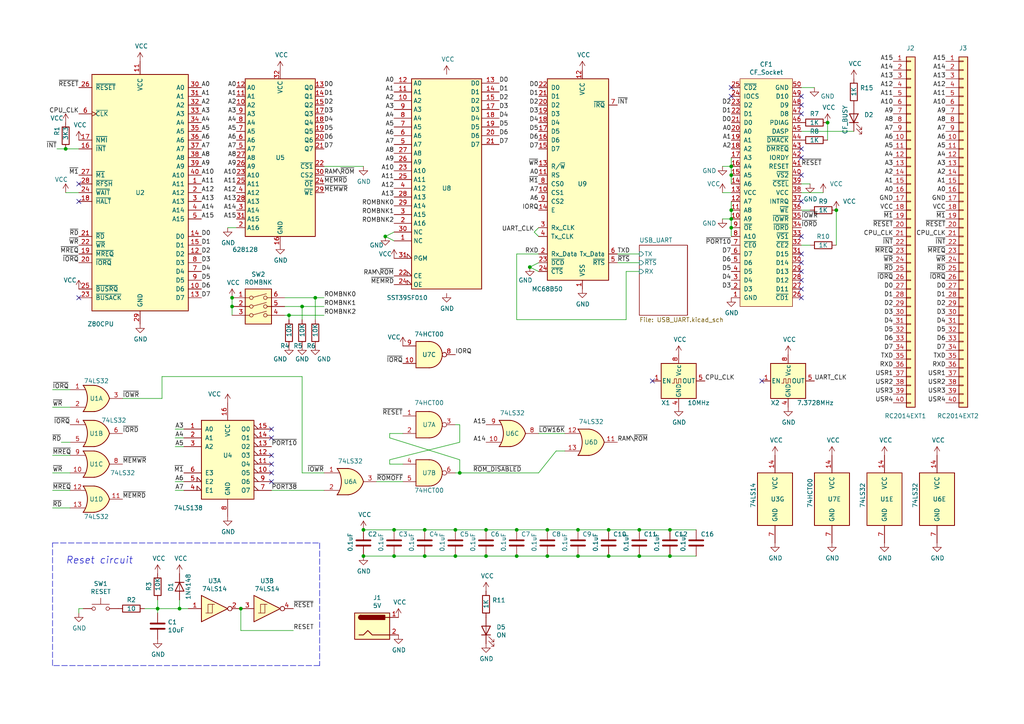
<source format=kicad_sch>
(kicad_sch (version 20211123) (generator eeschema)
  (paper "A4")
  (title_block (title "Hobgoblin Computer") (rev "v1.3") (company "Ilya Strukov"))
  (junction (at 132.08 161.29))
  (junction (at 167.64 153.67))
  (junction (at 123.19 161.29))
  (junction (at 133.35 137.16))
  (junction (at 240.03 35.56))
  (junction (at 153.67 77.47))
  (junction (at 194.31 153.67))
  (junction (at 87.63 88.9))
  (junction (at 114.3 153.67))
  (junction (at 242.57 60.96))
  (junction (at 149.86 161.29))
  (junction (at 91.44 86.36))
  (junction (at 111.76 68.58))
  (junction (at 212.09 63.5))
  (junction (at 105.41 161.29))
  (junction (at 194.31 161.29))
  (junction (at 158.75 153.67))
  (junction (at 132.08 153.67))
  (junction (at 52.07 176.53))
  (junction (at 83.82 91.44))
  (junction (at 185.42 153.67))
  (junction (at 176.53 161.29))
  (junction (at 105.41 153.67))
  (junction (at 185.42 161.29))
  (junction (at 212.09 50.8))
  (junction (at 67.31 88.9))
  (junction (at 212.09 66.04))
  (junction (at 158.75 161.29))
  (junction (at 45.72 176.53))
  (junction (at 212.09 60.96))
  (junction (at 67.31 86.36))
  (junction (at 123.19 153.67))
  (junction (at 149.86 153.67))
  (junction (at 140.97 153.67))
  (junction (at 140.97 161.29))
  (junction (at 19.05 43.18))
  (junction (at 167.64 161.29))
  (junction (at 212.09 48.26))
  (junction (at 176.53 153.67))
  (junction (at 114.3 161.29))
  (junction (at 69.85 176.53))
  (no_connect (at 212.09 27.94))
  (no_connect (at 232.41 30.48))
  (no_connect (at 232.41 58.42))
  (no_connect (at 189.23 110.49))
  (no_connect (at 232.41 43.18))
  (no_connect (at 22.86 86.36))
  (no_connect (at 232.41 81.28))
  (no_connect (at 78.74 137.16))
  (no_connect (at 78.74 139.7))
  (no_connect (at 232.41 50.8))
  (no_connect (at 232.41 78.74))
  (no_connect (at 232.41 68.58))
  (no_connect (at 78.74 132.08))
  (no_connect (at 78.74 134.62))
  (no_connect (at 232.41 86.36))
  (no_connect (at 22.86 53.34))
  (no_connect (at 232.41 73.66))
  (no_connect (at 78.74 124.46))
  (no_connect (at 78.74 127))
  (no_connect (at 232.41 33.02))
  (no_connect (at 232.41 45.72))
  (no_connect (at 232.41 27.94))
  (no_connect (at 232.41 76.2))
  (no_connect (at 220.98 110.49))
  (no_connect (at 212.09 25.4))
  (no_connect (at 22.86 58.42))
  (no_connect (at 232.41 83.82))
  (wire (pts (xy 45.72 176.53) (xy 52.07 176.53)))
  (wire (pts (xy 242.57 71.12) (xy 242.57 60.96)))
  (wire (pts (xy 19.05 55.88) (xy 22.86 55.88)))
  (wire (pts (xy 153.67 77.47) (xy 156.21 76.2)))
  (wire (pts (xy 15.24 113.03) (xy 20.32 113.03)))
  (wire (pts (xy 15.24 118.11) (xy 20.32 118.11)))
  (wire (pts (xy 156.21 125.73) (xy 163.83 125.73)))
  (wire (pts (xy 83.82 91.44) (xy 93.98 91.44)))
  (wire (pts (xy 41.91 176.53) (xy 45.72 176.53)))
  (wire (pts (xy 113.03 134.62) (xy 113.03 133.35)))
  (wire (pts (xy 83.82 92.71) (xy 83.82 91.44)))
  (wire (pts (xy 50.8 142.24) (xy 53.34 142.24)))
  (wire (pts (xy 176.53 153.67) (xy 185.42 153.67)))
  (wire (pts (xy 212.09 60.96) (xy 212.09 58.42)))
  (wire (pts (xy 149.86 161.29) (xy 158.75 161.29)))
  (wire (pts (xy 209.55 63.5) (xy 212.09 63.5)))
  (wire (pts (xy 133.35 137.16) (xy 156.21 137.16)))
  (wire (pts (xy 149.86 73.66) (xy 149.86 92.71)))
  (wire (pts (xy 67.31 88.9) (xy 67.31 91.44)))
  (wire (pts (xy 69.85 182.88) (xy 69.85 176.53)))
  (wire (pts (xy 114.3 153.67) (xy 123.19 153.67)))
  (wire (pts (xy 19.05 43.18) (xy 22.86 43.18)))
  (wire (pts (xy 212.09 50.8) (xy 212.09 48.26)))
  (wire (pts (xy 167.64 153.67) (xy 176.53 153.67)))
  (wire (pts (xy 15.24 137.16) (xy 20.32 137.16)))
  (wire (pts (xy 132.08 123.19) (xy 133.35 123.19)))
  (wire (pts (xy 156.21 73.66) (xy 149.86 73.66)))
  (wire (pts (xy 232.41 60.96) (xy 234.95 60.96)))
  (wire (pts (xy 91.44 92.71) (xy 91.44 86.36)))
  (wire (pts (xy 87.63 137.16) (xy 93.98 137.16)))
  (wire (pts (xy 114.3 161.29) (xy 123.19 161.29)))
  (wire (pts (xy 52.07 176.53) (xy 54.61 176.53)))
  (wire (pts (xy 50.8 129.54) (xy 53.34 129.54)))
  (wire (pts (xy 78.74 142.24) (xy 93.98 142.24)))
  (wire (pts (xy 185.42 78.74) (xy 181.61 78.74)))
  (wire (pts (xy 45.72 173.99) (xy 45.72 176.53)))
  (wire (pts (xy 16.51 43.18) (xy 19.05 43.18)))
  (wire (pts (xy 50.8 127) (xy 53.34 127)))
  (wire (pts (xy 185.42 161.29) (xy 194.31 161.29)))
  (wire (pts (xy 194.31 153.67) (xy 201.93 153.67)))
  (wire (pts (xy 154.94 67.31) (xy 156.21 66.04)))
  (wire (pts (xy 185.42 76.2) (xy 179.07 76.2)))
  (wire (pts (xy 234.95 71.12) (xy 232.41 71.12)))
  (wire (pts (xy 87.63 109.22) (xy 87.63 137.16)))
  (wire (pts (xy 132.08 161.29) (xy 140.97 161.29)))
  (wire (pts (xy 123.19 153.67) (xy 132.08 153.67)))
  (wire (pts (xy 167.64 161.29) (xy 176.53 161.29)))
  (wire (pts (xy 212.09 63.5) (xy 212.09 60.96)))
  (wire (pts (xy 45.72 176.53) (xy 45.72 177.8)))
  (wire (pts (xy 105.41 161.29) (xy 114.3 161.29)))
  (wire (pts (xy 82.55 86.36) (xy 91.44 86.36)))
  (wire (pts (xy 109.22 139.7) (xy 116.84 139.7)))
  (wire (pts (xy 15.24 132.08) (xy 20.32 132.08)))
  (wire (pts (xy 113.03 125.73) (xy 113.03 127)))
  (wire (pts (xy 50.8 139.7) (xy 53.34 139.7)))
  (wire (pts (xy 67.31 86.36) (xy 67.31 88.9)))
  (wire (pts (xy 66.04 66.04) (xy 68.58 66.04)))
  (polyline (pts (xy 15.24 193.04) (xy 15.24 157.48)))
  (wire (pts (xy 82.55 88.9) (xy 87.63 88.9)))
  (wire (pts (xy 133.35 133.35) (xy 133.35 137.16)))
  (wire (pts (xy 22.86 177.8) (xy 22.86 176.53)))
  (wire (pts (xy 232.41 53.34) (xy 234.95 53.34)))
  (wire (pts (xy 87.63 92.71) (xy 87.63 88.9)))
  (wire (pts (xy 149.86 153.67) (xy 158.75 153.67)))
  (wire (pts (xy 116.84 134.62) (xy 113.03 134.62)))
  (wire (pts (xy 232.41 25.4) (xy 236.22 25.4)))
  (wire (pts (xy 22.86 176.53) (xy 24.13 176.53)))
  (wire (pts (xy 114.3 69.85) (xy 111.76 68.58)))
  (polyline (pts (xy 92.71 157.48) (xy 92.71 193.04)))
  (wire (pts (xy 91.44 86.36) (xy 93.98 86.36)))
  (wire (pts (xy 179.07 73.66) (xy 185.42 73.66)))
  (wire (pts (xy 194.31 161.29) (xy 201.93 161.29)))
  (wire (pts (xy 85.09 182.88) (xy 69.85 182.88)))
  (wire (pts (xy 52.07 173.99) (xy 52.07 176.53)))
  (wire (pts (xy 209.55 55.88) (xy 212.09 55.88)))
  (wire (pts (xy 132.08 153.67) (xy 140.97 153.67)))
  (wire (pts (xy 154.94 67.31) (xy 156.21 68.58)))
  (wire (pts (xy 176.53 161.29) (xy 185.42 161.29)))
  (wire (pts (xy 181.61 78.74) (xy 181.61 92.71)))
  (wire (pts (xy 232.41 38.1) (xy 247.65 38.1)))
  (wire (pts (xy 133.35 128.27) (xy 113.03 133.35)))
  (wire (pts (xy 212.09 66.04) (xy 212.09 68.58)))
  (wire (pts (xy 185.42 153.67) (xy 194.31 153.67)))
  (wire (pts (xy 158.75 153.67) (xy 167.64 153.67)))
  (wire (pts (xy 133.35 137.16) (xy 132.08 137.16)))
  (wire (pts (xy 181.61 92.71) (xy 149.86 92.71)))
  (wire (pts (xy 87.63 88.9) (xy 93.98 88.9)))
  (wire (pts (xy 153.67 77.47) (xy 156.21 78.74)))
  (wire (pts (xy 140.97 161.29) (xy 149.86 161.29)))
  (wire (pts (xy 15.24 142.24) (xy 20.32 142.24)))
  (polyline (pts (xy 92.71 193.04) (xy 15.24 193.04)))
  (wire (pts (xy 238.76 55.88) (xy 232.41 55.88)))
  (wire (pts (xy 105.41 153.67) (xy 114.3 153.67)))
  (wire (pts (xy 113.03 127) (xy 133.35 133.35)))
  (wire (pts (xy 123.19 161.29) (xy 132.08 161.29)))
  (wire (pts (xy 212.09 63.5) (xy 212.09 66.04)))
  (wire (pts (xy 133.35 123.19) (xy 133.35 128.27)))
  (wire (pts (xy 116.84 125.73) (xy 113.03 125.73)))
  (wire (pts (xy 46.99 115.57) (xy 46.99 109.22)))
  (wire (pts (xy 111.76 68.58) (xy 114.3 67.31)))
  (wire (pts (xy 15.24 147.32) (xy 20.32 147.32)))
  (wire (pts (xy 163.83 130.81) (xy 161.29 130.81)))
  (polyline (pts (xy 15.24 157.48) (xy 92.71 157.48)))
  (wire (pts (xy 212.09 48.26) (xy 209.55 48.26)))
  (wire (pts (xy 17.78 128.27) (xy 20.32 128.27)))
  (wire (pts (xy 82.55 91.44) (xy 83.82 91.44)))
  (wire (pts (xy 93.98 48.26) (xy 105.41 48.26)))
  (wire (pts (xy 35.56 115.57) (xy 46.99 115.57)))
  (wire (pts (xy 46.99 109.22) (xy 87.63 109.22)))
  (wire (pts (xy 50.8 124.46) (xy 53.34 124.46)))
  (wire (pts (xy 240.03 40.64) (xy 240.03 35.56)))
  (wire (pts (xy 212.09 53.34) (xy 212.09 50.8)))
  (wire (pts (xy 212.09 48.26) (xy 212.09 45.72)))
  (wire (pts (xy 158.75 161.29) (xy 167.64 161.29)))
  (wire (pts (xy 156.21 137.16) (xy 161.29 130.81)))
  (wire (pts (xy 140.97 153.67) (xy 149.86 153.67)))
  (text "Reset circuit" (at 19.05 163.83 0) (effects (font (size 2.0066 2.0066) italic) (justify left bottom)))
  (label "D5" (at 144.78 36.83 0))
  (label "A2" (at 212.09 43.18 180))
  (label "A8" (at 114.3 44.45 180))
  (label "A13" (at 274.32 22.86 180))
  (label "A5" (at 259.08 43.18 180))
  (label "D6" (at 212.09 76.2 180))
  (label "A1" (at 212.09 40.64 180))
  (label "A14" (at 58.42 60.96 0))
  (label "ROMBNK1" (at 114.3 62.23 180))
  (label "D1" (at 212.09 33.02 180))
  (label "A1" (at 114.3 26.67 180))
  (label "A4" (at 274.32 45.72 180))
  (label "D3" (at 144.78 31.75 0))
  (label "A4" (at 259.08 45.72 180))
  (label "D1" (at 274.32 86.36 180))
  (label "USR3" (at 259.08 114.3 180))
  (label "A10" (at 274.32 30.48 180))
  (label "A6" (at 274.32 40.64 180))
  (label "~{M1}" (at 274.32 63.5 180))
  (label "D4" (at 144.78 34.29 0))
  (label "~{MREQ}" (at 274.32 73.66 180))
  (label "A0" (at 58.42 25.4 0))
  (label "IORQ" (at 132.08 102.87 0))
  (label "A12" (at 114.3 54.61 180))
  (label "A15" (at 140.97 123.19 180))
  (label "USR4" (at 274.32 116.84 180))
  (label "RXD" (at 156.21 73.66 180))
  (label "A3" (at 114.3 31.75 180))
  (label "D7" (at 58.42 86.36 0))
  (label "A7" (at 50.8 142.24 0))
  (label "~{M1}" (at 156.21 53.34 180))
  (label "~{MREQ}" (at 15.24 132.08 0))
  (label "~{INT}" (at 179.07 30.48 0))
  (label "TXD" (at 274.32 104.14 180))
  (label "D4" (at 259.08 93.98 180))
  (label "A8" (at 274.32 35.56 180))
  (label "~{MEMRD}" (at 114.3 82.55 180))
  (label "~{M1}" (at 53.34 137.16 180))
  (label "D0" (at 274.32 83.82 180))
  (label "D7" (at 274.32 101.6 180))
  (label "A3" (at 274.32 48.26 180))
  (label "~{MREQ}" (at 15.24 142.24 0))
  (label "~{WR}" (at 15.24 137.16 0))
  (label "RXD" (at 259.08 106.68 180))
  (label "~{PORT38}" (at 78.74 142.24 0))
  (label "A4" (at 58.42 35.56 0))
  (label "UART_CLK" (at 236.22 110.49 0))
  (label "A7" (at 58.42 43.18 0))
  (label "A10" (at 68.58 50.8 180))
  (label "~{IORQ}" (at 274.32 81.28 180))
  (label "A7" (at 114.3 41.91 180))
  (label "D6" (at 259.08 99.06 180))
  (label "D6" (at 156.21 40.64 180))
  (label "IORQ" (at 156.21 60.96 180))
  (label "D7" (at 156.21 43.18 180))
  (label "D4" (at 156.21 35.56 180))
  (label "RAM\\~{ROM}" (at 179.07 128.27 0))
  (label "~{MEMRD}" (at 35.56 144.78 0))
  (label "~{IORD}" (at 35.56 125.73 0))
  (label "~{IORQ}" (at 259.08 81.28 180))
  (label "D0" (at 93.98 25.4 0))
  (label "A4" (at 114.3 34.29 180))
  (label "D1" (at 93.98 27.94 0))
  (label "~{IORQ}" (at 15.24 113.03 0))
  (label "D7" (at 93.98 43.18 0))
  (label "D3" (at 274.32 91.44 180))
  (label "~{RESET}" (at 232.41 48.26 0))
  (label "~{MREQ}" (at 22.86 73.66 180))
  (label "D3" (at 259.08 91.44 180))
  (label "ROMBNK1" (at 93.98 88.9 0))
  (label "D7" (at 259.08 101.6 180))
  (label "A4" (at 68.58 35.56 180))
  (label "A7" (at 274.32 38.1 180))
  (label "A1" (at 259.08 53.34 180))
  (label "USR4" (at 259.08 116.84 180))
  (label "D1" (at 58.42 71.12 0))
  (label "~{MEMWR}" (at 35.56 134.62 0))
  (label "~{MEMRD}" (at 93.98 53.34 0))
  (label "D2" (at 144.78 29.21 0))
  (label "D7" (at 212.09 73.66 180))
  (label "A4" (at 50.8 127 0))
  (label "~{M1}" (at 22.86 50.8 180))
  (label "RXD" (at 274.32 106.68 180))
  (label "A9" (at 259.08 33.02 180))
  (label "A1" (at 274.32 53.34 180))
  (label "A0" (at 212.09 38.1 180))
  (label "D4" (at 93.98 35.56 0))
  (label "~{RESET}" (at 85.09 176.53 0))
  (label "D1" (at 259.08 86.36 180))
  (label "~{RD}" (at 17.78 128.27 180))
  (label "~{PORT10}" (at 212.09 71.12 180))
  (label "A11" (at 68.58 53.34 180))
  (label "USR3" (at 274.32 114.3 180))
  (label "~{INT}" (at 274.32 71.12 180))
  (label "A6" (at 50.8 139.7 0))
  (label "A9" (at 58.42 48.26 0))
  (label "A3" (at 58.42 33.02 0))
  (label "D2" (at 156.21 30.48 180))
  (label "D1" (at 156.21 27.94 180))
  (label "~{WR}" (at 156.21 48.26 180))
  (label "D5" (at 259.08 96.52 180))
  (label "D7" (at 144.78 41.91 0))
  (label "A14" (at 259.08 20.32 180))
  (label "ROMBNK0" (at 93.98 86.36 0))
  (label "~{RD}" (at 22.86 68.58 180))
  (label "ROMBNK0" (at 114.3 59.69 180))
  (label "USR1" (at 259.08 109.22 180))
  (label "A12" (at 58.42 55.88 0))
  (label "D3" (at 93.98 33.02 0))
  (label "~{IOWR}" (at 35.56 115.57 0))
  (label "D5" (at 274.32 96.52 180))
  (label "A1" (at 68.58 27.94 180))
  (label "A13" (at 68.58 58.42 180))
  (label "USR2" (at 274.32 111.76 180))
  (label "A7" (at 68.58 43.18 180))
  (label "~{RD}" (at 259.08 78.74 180))
  (label "D4" (at 58.42 78.74 0))
  (label "VCC" (at 259.08 60.96 180))
  (label "TXD" (at 179.07 73.66 0))
  (label "A15" (at 58.42 63.5 0))
  (label "A13" (at 114.3 57.15 180))
  (label "D0" (at 58.42 68.58 0))
  (label "D2" (at 259.08 88.9 180))
  (label "A5" (at 274.32 43.18 180))
  (label "A14" (at 68.58 60.96 180))
  (label "CPU_CLK" (at 259.08 68.58 180))
  (label "A12" (at 259.08 25.4 180))
  (label "A15" (at 259.08 17.78 180))
  (label "A6" (at 68.58 40.64 180))
  (label "RAM\\~{ROM}" (at 114.3 80.01 180))
  (label "A1" (at 58.42 27.94 0))
  (label "~{IORQ}" (at 116.84 105.41 180))
  (label "A11" (at 58.42 53.34 0))
  (label "A7" (at 156.21 55.88 180))
  (label "CPU_CLK" (at 22.86 33.02 180))
  (label "A0" (at 156.21 50.8 180))
  (label "A9" (at 114.3 46.99 180))
  (label "A15" (at 68.58 63.5 180))
  (label "D1" (at 144.78 26.67 0))
  (label "~{MEMWR}" (at 93.98 55.88 0))
  (label "A14" (at 140.97 128.27 180))
  (label "~{WR}" (at 22.86 71.12 180))
  (label "~{IORQ}" (at 20.32 123.19 180))
  (label "A2" (at 58.42 30.48 0))
  (label "A14" (at 274.32 20.32 180))
  (label "GND" (at 274.32 58.42 180))
  (label "VCC" (at 274.32 60.96 180))
  (label "D2" (at 93.98 30.48 0))
  (label "A11" (at 274.32 27.94 180))
  (label "~{WR}" (at 259.08 76.2 180))
  (label "~{LOW16K}" (at 156.21 125.73 0))
  (label "A5" (at 50.8 129.54 0))
  (label "A10" (at 58.42 50.8 0))
  (label "A9" (at 274.32 33.02 180))
  (label "A13" (at 58.42 58.42 0))
  (label "~{RTS}" (at 179.07 76.2 0))
  (label "~{RESET}" (at 274.32 66.04 180))
  (label "ROMBNK2" (at 93.98 91.44 0))
  (label "~{RESET}" (at 259.08 66.04 180))
  (label "D6" (at 274.32 99.06 180))
  (label "D3" (at 58.42 76.2 0))
  (label "~{IOWR}" (at 93.98 137.16 180))
  (label "A0" (at 114.3 24.13 180))
  (label "A10" (at 259.08 30.48 180))
  (label "USR1" (at 274.32 109.22 180))
  (label "D0" (at 156.21 25.4 180))
  (label "~{ROMOFF}" (at 109.22 139.7 0))
  (label "~{IORD}" (at 232.41 66.04 0))
  (label "~{MREQ}" (at 259.08 73.66 180))
  (label "GND" (at 259.08 58.42 180))
  (label "A0" (at 274.32 55.88 180))
  (label "TXD" (at 259.08 104.14 180))
  (label "D2" (at 212.09 30.48 180))
  (label "D6" (at 58.42 83.82 0))
  (label "~{PORT10}" (at 78.74 129.54 0))
  (label "CPU_CLK" (at 204.47 110.49 0))
  (label "A10" (at 114.3 49.53 180))
  (label "A11" (at 259.08 27.94 180))
  (label "~{IOWR}" (at 232.41 63.5 0))
  (label "D4" (at 212.09 81.28 180))
  (label "D0" (at 144.78 24.13 0))
  (label "D5" (at 93.98 38.1 0))
  (label "D2" (at 58.42 73.66 0))
  (label "A8" (at 58.42 45.72 0))
  (label "A5" (at 58.42 38.1 0))
  (label "D0" (at 212.09 35.56 180))
  (label "A8" (at 68.58 45.72 180))
  (label "D6" (at 93.98 40.64 0))
  (label "A2" (at 114.3 29.21 180))
  (label "A2" (at 68.58 30.48 180))
  (label "RESET" (at 85.09 182.88 0))
  (label "A12" (at 274.32 25.4 180))
  (label "D0" (at 259.08 83.82 180))
  (label "A15" (at 274.32 17.78 180))
  (label "~{RESET}" (at 22.86 25.4 180))
  (label "A0" (at 259.08 55.88 180))
  (label "UART_CLK" (at 154.94 67.31 180))
  (label "~{RD}" (at 274.32 78.74 180))
  (label "A13" (at 259.08 22.86 180))
  (label "USR2" (at 259.08 111.76 180))
  (label "~{WR}" (at 15.24 118.11 0))
  (label "D5" (at 58.42 81.28 0))
  (label "D6" (at 144.78 39.37 0))
  (label "D3" (at 156.21 33.02 180))
  (label "~{M1}" (at 259.08 63.5 180))
  (label "D4" (at 274.32 93.98 180))
  (label "CPU_CLK" (at 274.32 68.58 180))
  (label "A6" (at 114.3 39.37 180))
  (label "A5" (at 68.58 38.1 180))
  (label "A3" (at 68.58 33.02 180))
  (label "A6" (at 156.21 58.42 180))
  (label "ROMBNK2" (at 114.3 64.77 180))
  (label "A9" (at 68.58 48.26 180))
  (label "D5" (at 212.09 78.74 180))
  (label "~{RESET}" (at 116.84 120.65 180))
  (label "RAM\\~{ROM}" (at 93.98 50.8 0))
  (label "A3" (at 259.08 48.26 180))
  (label "~{INT}" (at 16.51 43.18 180))
  (label "A0" (at 68.58 25.4 180))
  (label "A8" (at 259.08 35.56 180))
  (label "A6" (at 58.42 40.64 0))
  (label "A11" (at 114.3 52.07 180))
  (label "A12" (at 68.58 55.88 180))
  (label "~{WR}" (at 274.32 76.2 180))
  (label "A7" (at 259.08 38.1 180))
  (label "A2" (at 259.08 50.8 180))
  (label "~{IORQ}" (at 22.86 76.2 180))
  (label "D5" (at 156.21 38.1 180))
  (label "A3" (at 50.8 124.46 0))
  (label "D3" (at 212.09 83.82 180))
  (label "A5" (at 114.3 36.83 180))
  (label "~{INT}" (at 259.08 71.12 180))
  (label "A2" (at 274.32 50.8 180))
  (label "~{ROM_DISABLED}" (at 137.16 137.16 0))
  (label "~{RD}" (at 15.24 147.32 0))
  (label "D2" (at 274.32 88.9 180))
  (label "A6" (at 259.08 40.64 180))
  (symbol (lib_id "CPU:Z80CPU") (at 40.64 55.88 0) (unit 1)
    (property "Reference" "U2" (at 40.64 55.88 0))
    (property "Value" "Z80CPU" (at 29.21 93.98 0))
    (property "Footprint" "Package_DIP:DIP-40_W15.24mm_LongPads" (effects hide))
    (property "Datasheet" "www.zilog.com/manage_directlink.php?filepath=docs/z80/um0080" (effects hide))
  )
  (symbol (lib_id "power:VCC") (at 40.64 17.78 0) (unit 1)
    (property "Reference" "#PWR06" (effects hide))
    (property "Value" "VCC" (at 41.021 13.3858 0))
  )
  (symbol (lib_id "power:GND") (at 40.64 93.98 0) (unit 1)
    (property "Reference" "#PWR07" (effects hide))
    (property "Value" "GND" (at 40.767 98.3742 0))
  )
  (symbol (lib_id "Device:R") (at 45.72 170.18 0) (unit 1)
    (property "Reference" "R3" (at 43.18 171.45 90) (effects (justify left)))
    (property "Value" "10K" (at 45.72 171.45 90) (effects (justify left)))
    (property "Footprint" "Resistor_THT:R_Axial_DIN0207_L6.3mm_D2.5mm_P10.16mm_Horizontal" (effects hide))
  )
  (symbol (lib_id "Device:C") (at 45.72 181.61 0) (unit 1)
    (property "Reference" "C1" (at 48.641 180.4416 0) (effects (justify left)))
    (property "Value" "10uF" (at 48.641 182.753 0) (effects (justify left)))
    (property "Footprint" "Capacitor_THT:CP_Radial_D4.0mm_P1.50mm" (effects hide))
  )
  (symbol (lib_id "power:VCC") (at 45.72 166.37 0) (unit 1)
    (property "Reference" "#PWR08" (effects hide))
    (property "Value" "VCC" (at 46.101 161.9758 0))
  )
  (symbol (lib_id "Device:R") (at 38.1 176.53 270) (unit 1)
    (property "Reference" "R2" (at 38.1 173.99 90))
    (property "Value" "10" (at 38.1 176.53 90))
    (property "Footprint" "Resistor_THT:R_Axial_DIN0207_L6.3mm_D2.5mm_P10.16mm_Horizontal" (effects hide))
  )
  (symbol (lib_id "Switch:SW_Push") (at 29.21 176.53 0) (unit 1)
    (property "Reference" "SW1" (at 29.21 169.291 0))
    (property "Value" "RESET" (at 29.21 171.6024 0))
    (property "Footprint" "Button_Switch_THT:SW_PUSH_6mm" (effects hide))
  )
  (symbol (lib_id "power:GND") (at 22.86 177.8 0) (unit 1)
    (property "Reference" "#PWR05" (effects hide))
    (property "Value" "GND" (at 22.987 182.1942 0))
  )
  (symbol (lib_id "power:GND") (at 45.72 185.42 0) (unit 1)
    (property "Reference" "#PWR09" (effects hide))
    (property "Value" "GND" (at 45.847 189.8142 0))
  )
  (symbol (lib_id "Diode:1N4148") (at 52.07 170.18 270) (unit 1)
    (property "Reference" "D1" (at 49.53 168.91 0) (effects (justify left)))
    (property "Value" "1N4148" (at 54.61 166.37 0) (effects (justify left)))
    (property "Footprint" "Diode_THT:D_DO-35_SOD27_P7.62mm_Horizontal" (effects hide))
    (property "Datasheet" "https://assets.nexperia.com/documents/data-sheet/1N4148_1N4448.pdf" (effects hide))
  )
  (symbol (lib_id "power:VCC") (at 52.07 166.37 0) (unit 1)
    (property "Reference" "#PWR010" (effects hide))
    (property "Value" "VCC" (at 52.451 161.9758 0))
  )
  (symbol (lib_id "74xx:74LS14") (at 62.23 176.53 0) (unit 1)
    (property "Reference" "U3" (at 62.23 168.4782 0))
    (property "Value" "74LS14" (at 62.23 170.7896 0))
    (property "Footprint" "Package_DIP:DIP-14_W7.62mm_LongPads" (effects hide))
    (property "Datasheet" "http://www.ti.com/lit/gpn/sn74LS14" (effects hide))
  )
  (symbol (lib_id "74xx:74LS14") (at 77.47 176.53 0) (unit 2)
    (property "Reference" "U3" (at 77.47 168.4782 0))
    (property "Value" "74LS14" (at 77.47 170.7896 0))
    (property "Footprint" "Package_DIP:DIP-14_W7.62mm_LongPads" (effects hide))
    (property "Datasheet" "http://www.ti.com/lit/gpn/sn74LS14" (effects hide))
  )
  (symbol (lib_id "power:GND") (at 196.85 118.11 0) (unit 1)
    (property "Reference" "#PWR035" (effects hide))
    (property "Value" "GND" (at 196.977 122.5042 0))
  )
  (symbol (lib_id "power:VCC") (at 196.85 102.87 0) (unit 1)
    (property "Reference" "#PWR034" (effects hide))
    (property "Value" "VCC" (at 197.231 98.4758 0))
  )
  (symbol (lib_id "power:GND") (at 228.6 118.11 0) (unit 1)
    (property "Reference" "#PWR041" (effects hide))
    (property "Value" "GND" (at 228.727 122.5042 0))
  )
  (symbol (lib_id "power:VCC") (at 228.6 102.87 0) (unit 1)
    (property "Reference" "#PWR040" (effects hide))
    (property "Value" "VCC" (at 228.981 98.4758 0))
  )
  (symbol (lib_id "Interface_UART:MC68B50") (at 168.91 53.34 0) (unit 1)
    (property "Reference" "U9" (at 168.91 53.34 0))
    (property "Value" "MC68B50" (at 158.75 83.82 0))
    (property "Footprint" "Package_DIP:DIP-24_W15.24mm_LongPads" (effects hide))
    (property "Datasheet" "http://pdf.datasheetcatalog.com/datasheet/motorola/MC6850.pdf" (effects hide))
  )
  (symbol (lib_id "power:VCC") (at 168.91 20.32 0) (unit 1)
    (property "Reference" "#PWR032" (effects hide))
    (property "Value" "VCC" (at 169.291 15.9258 0))
  )
  (symbol (lib_id "power:GND") (at 168.91 83.82 0) (unit 1)
    (property "Reference" "#PWR033" (effects hide))
    (property "Value" "GND" (at 169.037 88.2142 0))
  )
  (symbol (lib_id "power:VCC") (at 22.86 40.64 0) (unit 1)
    (property "Reference" "#PWR03" (effects hide))
    (property "Value" "VCC" (at 23.241 36.2458 0))
  )
  (symbol (lib_id "Device:R") (at 19.05 39.37 0) (unit 1)
    (property "Reference" "R1" (at 16.51 39.37 90) (effects (justify left)))
    (property "Value" "3K3" (at 19.05 40.64 90) (effects (justify left)))
    (property "Footprint" "Resistor_THT:R_Axial_DIN0207_L6.3mm_D2.5mm_P10.16mm_Horizontal" (effects hide))
  )
  (symbol (lib_id "power:VCC") (at 19.05 35.56 0) (unit 1)
    (property "Reference" "#PWR01" (effects hide))
    (property "Value" "VCC" (at 16.51 34.29 0))
  )
  (symbol (lib_id "power:VCC") (at 22.86 83.82 0) (unit 1)
    (property "Reference" "#PWR04" (effects hide))
    (property "Value" "VCC" (at 20.32 81.28 0))
  )
  (symbol (lib_id "power:VCC") (at 19.05 55.88 0) (unit 1)
    (property "Reference" "#PWR02" (effects hide))
    (property "Value" "VCC" (at 17.78 52.07 0))
  )
  (symbol (lib_id "Memory_RAM:628128_DIP32_SSOP32") (at 81.28 45.72 0) (unit 1)
    (property "Reference" "U5" (at 81.28 45.72 0))
    (property "Value" "628128" (at 71.12 72.39 0))
    (property "Footprint" "Package_DIP:DIP-32_W15.24mm_LongPads" (effects hide))
    (property "Datasheet" "http://www.futurlec.com/Datasheet/Memory/628128.pdf" (effects hide))
  )
  (symbol (lib_id "power:VCC") (at 81.28 20.32 0) (unit 1)
    (property "Reference" "#PWR016" (effects hide))
    (property "Value" "VCC" (at 81.661 15.9258 0))
  )
  (symbol (lib_id "power:GND") (at 81.28 71.12 0) (unit 1)
    (property "Reference" "#PWR017" (effects hide))
    (property "Value" "GND" (at 81.407 75.5142 0))
  )
  (symbol (lib_id "Connector:Barrel_Jack") (at 107.95 181.61 0) (unit 1)
    (property "Reference" "J1" (at 109.3978 173.355 0))
    (property "Value" "5V" (at 109.3978 175.6664 0))
    (property "Footprint" "Connector_BarrelJack:BarrelJack_Horizontal" (effects hide))
  )
  (symbol (lib_id "power:VCC") (at 115.57 179.07 0) (unit 1)
    (property "Reference" "#PWR030" (effects hide))
    (property "Value" "VCC" (at 115.951 174.6758 0))
  )
  (symbol (lib_id "power:GND") (at 115.57 184.15 0) (unit 1)
    (property "Reference" "#PWR026" (effects hide))
    (property "Value" "GND" (at 115.697 188.5442 0))
  )
  (symbol (lib_id "Device:C") (at 194.31 157.48 0) (unit 1)
    (property "Reference" "C12" (at 195.58 154.94 0) (effects (justify left)))
    (property "Value" "0.1uF" (at 190.5 160.02 90) (effects (justify left)))
    (property "Footprint" "Capacitor_THT:C_Disc_D3.8mm_W2.6mm_P2.50mm" (effects hide))
  )
  (symbol (lib_id "Device:C") (at 185.42 157.48 0) (unit 1)
    (property "Reference" "C11" (at 186.69 154.94 0) (effects (justify left)))
    (property "Value" "0.1uF" (at 181.61 160.02 90) (effects (justify left)))
    (property "Footprint" "Capacitor_THT:C_Disc_D3.8mm_W2.6mm_P2.50mm" (effects hide))
  )
  (symbol (lib_id "Device:C") (at 176.53 157.48 0) (unit 1)
    (property "Reference" "C10" (at 177.8 154.94 0) (effects (justify left)))
    (property "Value" "0.1uF" (at 172.72 160.02 90) (effects (justify left)))
    (property "Footprint" "Capacitor_THT:C_Disc_D3.8mm_W2.6mm_P2.50mm" (effects hide))
  )
  (symbol (lib_id "Device:C") (at 167.64 157.48 0) (unit 1)
    (property "Reference" "C9" (at 168.91 154.94 0) (effects (justify left)))
    (property "Value" "0.1uF" (at 163.83 160.02 90) (effects (justify left)))
    (property "Footprint" "Capacitor_THT:C_Disc_D3.8mm_W2.6mm_P2.50mm" (effects hide))
  )
  (symbol (lib_id "Device:C") (at 158.75 157.48 0) (unit 1)
    (property "Reference" "C8" (at 160.02 154.94 0) (effects (justify left)))
    (property "Value" "0.1uF" (at 154.94 160.02 90) (effects (justify left)))
    (property "Footprint" "Capacitor_THT:C_Disc_D3.8mm_W2.6mm_P2.50mm" (effects hide))
  )
  (symbol (lib_id "Device:C") (at 149.86 157.48 0) (unit 1)
    (property "Reference" "C7" (at 151.13 154.94 0) (effects (justify left)))
    (property "Value" "0.1uF" (at 146.05 160.02 90) (effects (justify left)))
    (property "Footprint" "Capacitor_THT:C_Disc_D3.8mm_W2.6mm_P2.50mm" (effects hide))
  )
  (symbol (lib_id "Device:C") (at 140.97 157.48 0) (unit 1)
    (property "Reference" "C6" (at 142.24 154.94 0) (effects (justify left)))
    (property "Value" "0.1uF" (at 137.16 160.02 90) (effects (justify left)))
    (property "Footprint" "Capacitor_THT:C_Disc_D3.8mm_W2.6mm_P2.50mm" (effects hide))
  )
  (symbol (lib_id "Device:C") (at 132.08 157.48 0) (unit 1)
    (property "Reference" "C5" (at 133.35 154.94 0) (effects (justify left)))
    (property "Value" "0.1uF" (at 128.27 160.02 90) (effects (justify left)))
    (property "Footprint" "Capacitor_THT:C_Disc_D3.8mm_W2.6mm_P2.50mm" (effects hide))
  )
  (symbol (lib_id "Device:C") (at 123.19 157.48 0) (unit 1)
    (property "Reference" "C4" (at 124.46 154.94 0) (effects (justify left)))
    (property "Value" "0.1uF" (at 119.38 160.02 90) (effects (justify left)))
    (property "Footprint" "Capacitor_THT:C_Disc_D3.8mm_W2.6mm_P2.50mm" (effects hide))
  )
  (symbol (lib_id "Device:C") (at 114.3 157.48 0) (unit 1)
    (property "Reference" "C3" (at 115.57 154.94 0) (effects (justify left)))
    (property "Value" "0.1uF" (at 110.49 160.02 90) (effects (justify left)))
    (property "Footprint" "Capacitor_THT:C_Disc_D3.8mm_W2.6mm_P2.50mm" (effects hide))
  )
  (symbol (lib_id "Device:C") (at 105.41 157.48 0) (unit 1)
    (property "Reference" "C2" (at 106.68 154.94 0) (effects (justify left)))
    (property "Value" "0.1uF" (at 101.6 160.02 90) (effects (justify left)))
    (property "Footprint" "Capacitor_THT:C_Disc_D3.8mm_W2.6mm_P2.50mm" (effects hide))
  )
  (symbol (lib_id "power:GND") (at 105.41 161.29 0) (unit 1)
    (property "Reference" "#PWR023" (effects hide))
    (property "Value" "GND" (at 105.537 165.6842 0))
  )
  (symbol (lib_id "power:VCC") (at 105.41 153.67 0) (unit 1)
    (property "Reference" "#PWR022" (effects hide))
    (property "Value" "VCC" (at 105.791 149.2758 0))
  )
  (symbol (lib_id "Device:LED") (at 140.97 182.88 90) (unit 1)
    (property "Reference" "D5" (at 143.9672 181.8894 90) (effects (justify right)))
    (property "Value" "ON" (at 143.9672 184.2008 90) (effects (justify right)))
    (property "Footprint" "LED_THT:LED_D3.0mm" (effects hide))
  )
  (symbol (lib_id "power:GND") (at 140.97 186.69 0) (unit 1)
    (property "Reference" "#PWR0101" (effects hide))
    (property "Value" "GND" (at 141.097 191.0842 0))
  )
  (symbol (lib_id "74xx:74LS32") (at 27.94 115.57 0) (unit 1)
    (property "Reference" "U1" (at 27.94 115.57 0))
    (property "Value" "74LS32" (at 27.94 110.49 0))
    (property "Footprint" "Package_DIP:DIP-14_W7.62mm_LongPads" (effects hide))
    (property "Datasheet" "http://www.ti.com/lit/gpn/sn74LS32" (effects hide))
  )
  (symbol (lib_id "74xx:74LS32") (at 27.94 134.62 0) (unit 3)
    (property "Reference" "U1" (at 27.94 134.62 0))
    (property "Value" "74LS32" (at 35.56 137.16 0))
    (property "Footprint" "Package_DIP:DIP-14_W7.62mm_LongPads" (effects hide))
    (property "Datasheet" "http://www.ti.com/lit/gpn/sn74LS32" (effects hide))
  )
  (symbol (lib_id "74xx:74LS32") (at 27.94 144.78 0) (unit 4)
    (property "Reference" "U1" (at 27.94 144.78 0))
    (property "Value" "74LS32" (at 27.94 149.86 0))
    (property "Footprint" "Package_DIP:DIP-14_W7.62mm_LongPads" (effects hide))
    (property "Datasheet" "http://www.ti.com/lit/gpn/sn74LS32" (effects hide))
  )
  (symbol (lib_id "74xx:74LS138") (at 66.04 132.08 0) (unit 1)
    (property "Reference" "U4" (at 66.04 132.08 0))
    (property "Value" "74LS138" (at 54.61 147.32 0))
    (property "Footprint" "Package_DIP:DIP-16_W7.62mm_LongPads" (effects hide))
    (property "Datasheet" "http://www.ti.com/lit/gpn/sn74LS138" (effects hide))
  )
  (symbol (lib_id "power:VCC") (at 66.04 116.84 0) (unit 1)
    (property "Reference" "#PWR013" (effects hide))
    (property "Value" "VCC" (at 62.23 114.3 0))
  )
  (symbol (lib_id "power:GND") (at 66.04 149.86 0) (unit 1)
    (property "Reference" "#PWR014" (effects hide))
    (property "Value" "GND" (at 66.167 154.2542 0))
  )
  (symbol (lib_id "power:GND") (at 66.04 66.04 0) (unit 1)
    (property "Reference" "#PWR012" (effects hide))
    (property "Value" "GND" (at 66.167 70.4342 0))
  )
  (symbol (lib_id "power:GND") (at 105.41 48.26 0) (unit 1)
    (property "Reference" "#PWR021" (effects hide))
    (property "Value" "GND" (at 105.537 52.6542 0))
  )
  (symbol (lib_id "74xx:74LS32") (at 271.78 144.78 0) (unit 5)
    (property "Reference" "U6" (at 270.51 144.78 0) (effects (justify left)))
    (property "Value" "74LS32" (at 265.43 147.32 90) (effects (justify left)))
    (property "Footprint" "Package_DIP:DIP-14_W7.62mm_LongPads" (effects hide))
    (property "Datasheet" "http://www.ti.com/lit/gpn/sn74LS32" (effects hide))
  )
  (symbol (lib_id "power:VCC") (at 271.78 132.08 0) (unit 1)
    (property "Reference" "#PWR052" (effects hide))
    (property "Value" "VCC" (at 272.161 127.6858 0))
  )
  (symbol (lib_id "power:GND") (at 256.54 157.48 0) (unit 1)
    (property "Reference" "#PWR051" (effects hide))
    (property "Value" "GND" (at 256.667 161.8742 0))
  )
  (symbol (lib_id "74xx:74LS32") (at 101.6 139.7 0) (unit 1)
    (property "Reference" "U6" (at 101.6 139.7 0))
    (property "Value" "74LS32" (at 101.6 133.7564 0))
    (property "Footprint" "Package_DIP:DIP-14_W7.62mm_LongPads" (effects hide))
    (property "Datasheet" "http://www.ti.com/lit/gpn/sn74LS32" (effects hide))
  )
  (symbol (lib_id "74xx:74HCT00") (at 124.46 123.19 0) (unit 1)
    (property "Reference" "U7" (at 124.46 123.19 0))
    (property "Value" "74HCT00" (at 124.46 116.84 0))
    (property "Footprint" "Package_DIP:DIP-14_W7.62mm_LongPads" (effects hide))
    (property "Datasheet" "http://www.ti.com/lit/gpn/sn74hct00" (effects hide))
  )
  (symbol (lib_id "74xx:74HCT00") (at 124.46 137.16 0) (unit 2)
    (property "Reference" "U7" (at 124.46 137.16 0))
    (property "Value" "74HCT00" (at 124.46 142.24 0))
    (property "Footprint" "Package_DIP:DIP-14_W7.62mm_LongPads" (effects hide))
    (property "Datasheet" "http://www.ti.com/lit/gpn/sn74hct00" (effects hide))
  )
  (symbol (lib_id "74xx:74LS32") (at 148.59 125.73 0) (unit 3)
    (property "Reference" "U6" (at 148.59 125.73 0))
    (property "Value" "74LS32" (at 148.59 119.7864 0))
    (property "Footprint" "Package_DIP:DIP-14_W7.62mm_LongPads" (effects hide))
    (property "Datasheet" "http://www.ti.com/lit/gpn/sn74LS32" (effects hide))
  )
  (symbol (lib_id "74xx:74LS32") (at 171.45 128.27 0) (unit 4)
    (property "Reference" "U6" (at 171.45 128.27 0))
    (property "Value" "74LS32" (at 171.45 122.3264 0))
    (property "Footprint" "Package_DIP:DIP-14_W7.62mm_LongPads" (effects hide))
    (property "Datasheet" "http://www.ti.com/lit/gpn/sn74LS32" (effects hide))
  )
  (symbol (lib_id "74xx:74LS32") (at 256.54 144.78 0) (unit 5)
    (property "Reference" "U1" (at 255.27 144.78 0) (effects (justify left)))
    (property "Value" "74LS32" (at 250.19 147.32 90) (effects (justify left)))
    (property "Footprint" "Package_DIP:DIP-14_W7.62mm_LongPads" (effects hide))
    (property "Datasheet" "http://www.ti.com/lit/gpn/sn74LS32" (effects hide))
  )
  (symbol (lib_id "power:VCC") (at 256.54 132.08 0) (unit 1)
    (property "Reference" "#PWR050" (effects hide))
    (property "Value" "VCC" (at 256.921 127.6858 0))
  )
  (symbol (lib_id "power:GND") (at 271.78 157.48 0) (unit 1)
    (property "Reference" "#PWR053" (effects hide))
    (property "Value" "GND" (at 271.907 161.8742 0))
  )
  (symbol (lib_id "Memory_Flash:SST39SF010") (at 129.54 54.61 0) (unit 1)
    (property "Reference" "U8" (at 129.54 54.61 0))
    (property "Value" "SST39SF010" (at 118.11 86.36 0))
    (property "Footprint" "Package_DIP:DIP-32_W15.24mm_LongPads" (effects hide))
    (property "Datasheet" "http://ww1.microchip.com/downloads/en/DeviceDoc/25022B.pdf" (effects hide))
  )
  (symbol (lib_id "power:VCC") (at 129.54 21.59 0) (unit 1)
    (property "Reference" "#PWR028" (effects hide))
    (property "Value" "VCC" (at 129.921 17.1958 0))
  )
  (symbol (lib_id "power:GND") (at 129.54 85.09 0) (unit 1)
    (property "Reference" "#PWR029" (effects hide))
    (property "Value" "GND" (at 129.667 89.4842 0))
  )
  (symbol (lib_id "power:VCC") (at 114.3 74.93 0) (unit 1)
    (property "Reference" "#PWR025" (effects hide))
    (property "Value" "VCC" (at 111.76 73.66 0))
  )
  (symbol (lib_id "Switch:SW_DIP_x03") (at 74.93 91.44 0) (unit 1)
    (property "Reference" "SW2" (at 74.93 79.5782 0))
    (property "Value" "ROMBNK" (at 74.93 81.8896 0))
    (property "Footprint" "Button_Switch_THT:SW_DIP_SPSTx03_Slide_6.7x9.18mm_W7.62mm_P2.54mm_LowProfile" (effects hide))
  )
  (symbol (lib_id "power:VCC") (at 67.31 86.36 0) (unit 1)
    (property "Reference" "#PWR015" (effects hide))
    (property "Value" "VCC" (at 67.691 81.9658 0))
  )
  (symbol (lib_id "power:GND") (at 83.82 100.33 0) (unit 1)
    (property "Reference" "#PWR018" (effects hide))
    (property "Value" "GND" (at 81.28 104.14 0))
  )
  (symbol (lib_id "power:GND") (at 87.63 100.33 0) (unit 1)
    (property "Reference" "#PWR019" (effects hide))
    (property "Value" "GND" (at 87.63 104.14 0))
  )
  (symbol (lib_id "power:GND") (at 91.44 100.33 0) (unit 1)
    (property "Reference" "#PWR020" (effects hide))
    (property "Value" "GND" (at 93.98 104.14 0))
  )
  (symbol (lib_id "Device:R") (at 83.82 96.52 0) (unit 1)
    (property "Reference" "R4" (at 81.28 100.33 0) (effects (justify left)))
    (property "Value" "10K" (at 83.82 97.79 90) (effects (justify left)))
    (property "Footprint" "Resistor_THT:R_Axial_DIN0207_L6.3mm_D2.5mm_P10.16mm_Horizontal" (effects hide))
  )
  (symbol (lib_id "Device:R") (at 87.63 96.52 0) (unit 1)
    (property "Reference" "R5" (at 85.09 100.33 0) (effects (justify left)))
    (property "Value" "10K" (at 87.63 97.79 90) (effects (justify left)))
    (property "Footprint" "Resistor_THT:R_Axial_DIN0207_L6.3mm_D2.5mm_P10.16mm_Horizontal" (effects hide))
  )
  (symbol (lib_id "Device:R") (at 91.44 96.52 0) (unit 1)
    (property "Reference" "R6" (at 88.9 100.33 0) (effects (justify left)))
    (property "Value" "10K" (at 91.44 97.79 90) (effects (justify left)))
    (property "Footprint" "Resistor_THT:R_Axial_DIN0207_L6.3mm_D2.5mm_P10.16mm_Horizontal" (effects hide))
  )
  (symbol (lib_id "power:GND") (at 111.76 68.58 0) (unit 1)
    (property "Reference" "#PWR024" (effects hide))
    (property "Value" "GND" (at 109.22 71.12 0))
  )
  (symbol (lib_id "74xx:74HCT00") (at 124.46 102.87 0) (unit 3)
    (property "Reference" "U7" (at 124.46 102.87 0))
    (property "Value" "74HCT00" (at 124.46 96.9264 0))
    (property "Footprint" "Package_DIP:DIP-14_W7.62mm_LongPads" (effects hide))
    (property "Datasheet" "http://www.ti.com/lit/gpn/sn74hct00" (effects hide))
  )
  (symbol (lib_id "power:VCC") (at 116.84 100.33 0) (unit 1)
    (property "Reference" "#PWR027" (effects hide))
    (property "Value" "VCC" (at 114.3 97.79 0))
  )
  (symbol (lib_id "power:GND") (at 153.67 77.47 0) (unit 1)
    (property "Reference" "#PWR031" (effects hide))
    (property "Value" "GND" (at 152.4 81.28 0))
  )
  (symbol (lib_id "74xx:74HCT00") (at 241.3 144.78 0) (unit 5)
    (property "Reference" "U7" (at 240.03 144.78 0) (effects (justify left)))
    (property "Value" "74HCT00" (at 234.95 147.32 90) (effects (justify left)))
    (property "Footprint" "Package_DIP:DIP-14_W7.62mm_LongPads" (effects hide))
    (property "Datasheet" "http://www.ti.com/lit/gpn/sn74hct00" (effects hide))
  )
  (symbol (lib_id "power:VCC") (at 241.3 132.08 0) (unit 1)
    (property "Reference" "#PWR046" (effects hide))
    (property "Value" "VCC" (at 241.681 127.6858 0))
  )
  (symbol (lib_id "power:GND") (at 241.3 157.48 0) (unit 1)
    (property "Reference" "#PWR047" (effects hide))
    (property "Value" "GND" (at 241.427 161.8742 0))
  )
  (symbol (lib_id "Connector_Generic:Conn_01x40") (at 279.4 66.04 0) (unit 1)
    (property "Reference" "J3" (at 278.13 13.97 0) (effects (justify left)))
    (property "Value" "RC2014EXT2" (at 271.78 120.65 0) (effects (justify left)))
    (property "Footprint" "hobgoblin:RC2014_Connector" (effects hide))
  )
  (symbol (lib_id "Connector_Generic:Conn_01x40") (at 264.16 66.04 0) (unit 1)
    (property "Reference" "J2" (at 262.89 13.97 0) (effects (justify left)))
    (property "Value" "RC2014EXT1" (at 256.54 120.65 0) (effects (justify left)))
    (property "Footprint" "hobgoblin:RC2014_Connector" (effects hide))
  )
  (symbol (lib_id "hobgoblin:CF_Socket") (at 222.25 57.15 0) (unit 1)
    (property "Reference" "CF1" (at 222.25 18.669 0))
    (property "Value" "CF_Socket" (at 222.25 20.9804 0))
    (property "Footprint" "hobgoblin:CF-Card_3M_N7E507516PK20" (effects hide))
  )
  (symbol (lib_id "power:GND") (at 212.09 86.36 0) (unit 1)
    (property "Reference" "#PWR039" (effects hide))
    (property "Value" "GND" (at 212.217 90.7542 0))
  )
  (symbol (lib_id "power:GND") (at 236.22 25.4 0) (unit 1)
    (property "Reference" "#PWR043" (effects hide))
    (property "Value" "GND" (at 240.03 27.94 0))
  )
  (symbol (lib_id "power:VCC") (at 209.55 55.88 0) (unit 1)
    (property "Reference" "#PWR037" (effects hide))
    (property "Value" "VCC" (at 207.01 53.34 0))
  )
  (symbol (lib_id "power:VCC") (at 238.76 55.88 0) (unit 1)
    (property "Reference" "#PWR044" (effects hide))
    (property "Value" "VCC" (at 242.57 53.34 0))
  )
  (symbol (lib_id "power:GND") (at 209.55 48.26 0) (unit 1)
    (property "Reference" "#PWR036" (effects hide))
    (property "Value" "GND" (at 205.74 49.53 0))
  )
  (symbol (lib_id "power:GND") (at 209.55 63.5 0) (unit 1)
    (property "Reference" "#PWR038" (effects hide))
    (property "Value" "GND" (at 205.74 64.77 0))
  )
  (symbol (lib_id "Device:R") (at 238.76 71.12 270) (unit 1)
    (property "Reference" "R10" (at 238.76 68.58 90))
    (property "Value" "1K" (at 238.76 71.12 90))
    (property "Footprint" "Resistor_THT:R_Axial_DIN0207_L6.3mm_D2.5mm_P10.16mm_Horizontal" (effects hide))
  )
  (symbol (lib_id "Device:R") (at 238.76 60.96 270) (unit 1)
    (property "Reference" "R9" (at 238.76 58.42 90))
    (property "Value" "1K" (at 238.76 60.96 90))
    (property "Footprint" "Resistor_THT:R_Axial_DIN0207_L6.3mm_D2.5mm_P10.16mm_Horizontal" (effects hide))
  )
  (symbol (lib_id "Device:R") (at 236.22 40.64 270) (unit 1)
    (property "Reference" "R8" (at 236.22 38.1 90))
    (property "Value" "1K" (at 236.22 40.64 90))
    (property "Footprint" "Resistor_THT:R_Axial_DIN0207_L6.3mm_D2.5mm_P10.16mm_Horizontal" (effects hide))
  )
  (symbol (lib_id "Device:R") (at 236.22 35.56 270) (unit 1)
    (property "Reference" "R7" (at 236.22 33.02 90))
    (property "Value" "1K" (at 236.22 35.56 90))
    (property "Footprint" "Resistor_THT:R_Axial_DIN0207_L6.3mm_D2.5mm_P10.16mm_Horizontal" (effects hide))
  )
  (symbol (lib_id "power:VCC") (at 242.57 60.96 0) (unit 1)
    (property "Reference" "#PWR048" (effects hide))
    (property "Value" "VCC" (at 246.38 58.42 0))
  )
  (symbol (lib_id "power:VCC") (at 240.03 35.56 0) (unit 1)
    (property "Reference" "#PWR045" (effects hide))
    (property "Value" "VCC" (at 240.411 31.1658 0))
  )
  (symbol (lib_id "power:GND") (at 234.95 53.34 0) (unit 1)
    (property "Reference" "#PWR042" (effects hide))
    (property "Value" "GND" (at 235.077 57.7342 0))
  )
  (symbol (lib_id "74xx:74LS14") (at 224.79 144.78 0) (unit 7)
    (property "Reference" "U3" (at 223.52 144.78 0) (effects (justify left)))
    (property "Value" "74LS14" (at 218.44 147.32 90) (effects (justify left)))
    (property "Footprint" "Package_DIP:DIP-14_W7.62mm_LongPads" (effects hide))
    (property "Datasheet" "http://www.ti.com/lit/gpn/sn74LS14" (effects hide))
  )
  (symbol (lib_id "power:VCC") (at 224.79 132.08 0) (unit 1)
    (property "Reference" "#PWR0104" (effects hide))
    (property "Value" "VCC" (at 225.171 127.6858 0))
  )
  (symbol (lib_id "power:GND") (at 224.79 157.48 0) (unit 1)
    (property "Reference" "#PWR0105" (effects hide))
    (property "Value" "GND" (at 224.917 161.8742 0))
  )
  (symbol (lib_id "74xx:74LS32") (at 27.94 125.73 0) (unit 2)
    (property "Reference" "U1" (at 27.94 125.73 0))
    (property "Value" "74LS32" (at 33.02 121.92 0))
    (property "Footprint" "Package_DIP:DIP-14_W7.62mm_LongPads" (effects hide))
    (property "Datasheet" "http://www.ti.com/lit/gpn/sn74LS32" (effects hide))
  )
  (symbol (lib_id "Device:R") (at 140.97 175.26 0) (unit 1)
    (property "Reference" "R11" (at 142.748 174.0916 0) (effects (justify left)))
    (property "Value" "1K" (at 140.97 176.53 90) (effects (justify left)))
    (property "Footprint" "Resistor_THT:R_Axial_DIN0207_L6.3mm_D2.5mm_P10.16mm_Horizontal" (effects hide))
  )
  (symbol (lib_id "power:VCC") (at 140.97 171.45 0) (unit 1)
    (property "Reference" "#PWR0102" (effects hide))
    (property "Value" "VCC" (at 141.351 167.0558 0))
  )
  (symbol (lib_id "Device:C") (at 201.93 157.48 0) (unit 1)
    (property "Reference" "C16" (at 203.2 154.94 0) (effects (justify left)))
    (property "Value" "0.1uF" (at 198.12 160.02 90) (effects (justify left)))
    (property "Footprint" "Capacitor_THT:C_Disc_D3.8mm_W2.6mm_P2.50mm" (effects hide))
  )
  (symbol (lib_id "Oscillator:CXO_DIP8") (at 228.6 110.49 0) (unit 1)
    (property "Reference" "X2" (at 223.52 116.84 0) (effects (justify left)))
    (property "Value" "7.3728MHz" (at 231.14 116.84 0) (effects (justify left)))
    (property "Footprint" "Oscillator:Oscillator_DIP-8" (effects hide))
    (property "Datasheet" "http://cdn-reichelt.de/documents/datenblatt/B400/OSZI.pdf" (effects hide))
  )
  (symbol (lib_id "Oscillator:CXO_DIP8") (at 196.85 110.49 0) (unit 1)
    (property "Reference" "X1" (at 191.77 116.84 0) (effects (justify left)))
    (property "Value" "10MHz" (at 199.39 116.84 0) (effects (justify left)))
    (property "Footprint" "Oscillator:Oscillator_DIP-8" (effects hide))
    (property "Datasheet" "http://cdn-reichelt.de/documents/datenblatt/B400/OSZI.pdf" (effects hide))
  )
  (symbol (lib_id "Device:LED") (at 247.65 34.29 90) (unit 1)
    (property "Reference" "D2" (at 250.6472 33.2994 90) (effects (justify right)))
    (property "Value" "CF_BUSY" (at 245.11 30.48 0) (effects (justify right)))
    (property "Footprint" "LED_THT:LED_D3.0mm" (effects hide))
  )
  (symbol (lib_id "Device:R") (at 247.65 26.67 0) (unit 1)
    (property "Reference" "R15" (at 249.428 25.5016 0) (effects (justify left)))
    (property "Value" "1K" (at 247.65 27.94 90) (effects (justify left)))
    (property "Footprint" "Resistor_THT:R_Axial_DIN0207_L6.3mm_D2.5mm_P10.16mm_Horizontal" (effects hide))
  )
  (symbol (lib_id "power:VCC") (at 247.65 22.86 0) (unit 1)
    (property "Reference" "#PWR069" (effects hide))
    (property "Value" "VCC" (at 248.031 18.4658 0))
  )
  (sheet (at 185.42 71.12) (size 13.97 20.32)
    (property "Sheet name" "USB_UART" (at 185.42 70.4084 0) (effects (justify left bottom)))
    (property "Sheet file" "USB_UART.kicad_sch" (at 185.42 92.0246 0) (effects (justify left top)))
    (pin "TX" input (at 185.42 73.66 180))
    (pin "RX" input (at 185.42 78.74 180))
    (pin "~{RTS}" input (at 185.42 76.2 180))
  )
)
</source>
